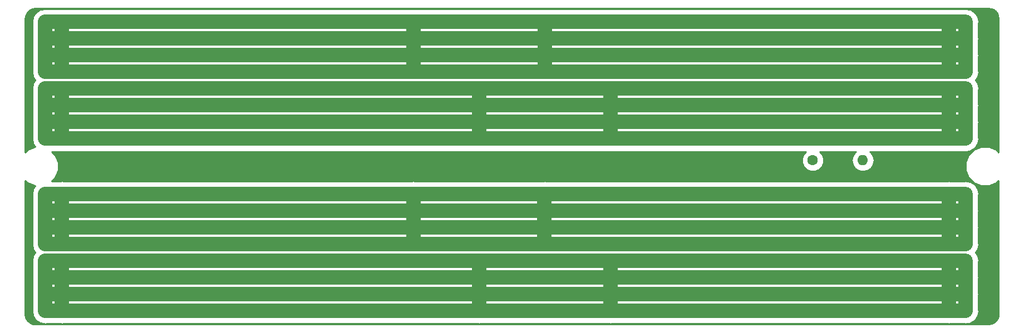
<source format=gbl>
G04 #@! TF.GenerationSoftware,KiCad,Pcbnew,(5.0.2)-1*
G04 #@! TF.CreationDate,2019-08-28T19:48:53+02:00*
G04 #@! TF.ProjectId,EleLab_v2_Bus150,456c654c-6162-45f7-9632-5f4275733135,rev?*
G04 #@! TF.SameCoordinates,Original*
G04 #@! TF.FileFunction,Copper,L2,Bot*
G04 #@! TF.FilePolarity,Positive*
%FSLAX46Y46*%
G04 Gerber Fmt 4.6, Leading zero omitted, Abs format (unit mm)*
G04 Created by KiCad (PCBNEW (5.0.2)-1) date 28/08/2019 19:48:53*
%MOMM*%
%LPD*%
G01*
G04 APERTURE LIST*
G04 #@! TA.AperFunction,ComponentPad*
%ADD10R,1.700000X1.700000*%
G04 #@! TD*
G04 #@! TA.AperFunction,ComponentPad*
%ADD11O,1.700000X1.700000*%
G04 #@! TD*
G04 #@! TA.AperFunction,ComponentPad*
%ADD12O,1.600000X1.600000*%
G04 #@! TD*
G04 #@! TA.AperFunction,ComponentPad*
%ADD13C,1.600000*%
G04 #@! TD*
G04 #@! TA.AperFunction,Conductor*
%ADD14C,2.200000*%
G04 #@! TD*
G04 #@! TA.AperFunction,NonConductor*
%ADD15C,0.254000*%
G04 #@! TD*
G04 APERTURE END LIST*
D10*
G04 #@! TO.P,J3,1*
G04 #@! TO.N,/+12V*
X241460000Y-100780000D03*
D11*
G04 #@! TO.P,J3,2*
X244000000Y-100780000D03*
G04 #@! TO.P,J3,3*
X241460000Y-98240000D03*
G04 #@! TO.P,J3,4*
X244000000Y-98240000D03*
G04 #@! TO.P,J3,5*
X241460000Y-95700000D03*
G04 #@! TO.P,J3,6*
X244000000Y-95700000D03*
G04 #@! TO.P,J3,7*
X241460000Y-93160000D03*
G04 #@! TO.P,J3,8*
X244000000Y-93160000D03*
G04 #@! TO.P,J3,9*
G04 #@! TO.N,/+24V*
X241460000Y-90620000D03*
G04 #@! TO.P,J3,10*
X244000000Y-90620000D03*
G04 #@! TO.P,J3,11*
X241460000Y-88080000D03*
G04 #@! TO.P,J3,12*
X244000000Y-88080000D03*
G04 #@! TO.P,J3,13*
X241460000Y-85540000D03*
G04 #@! TO.P,J3,14*
X244000000Y-85540000D03*
G04 #@! TO.P,J3,15*
X241460000Y-83000000D03*
G04 #@! TO.P,J3,16*
X244000000Y-83000000D03*
G04 #@! TD*
D10*
G04 #@! TO.P,J4,1*
G04 #@! TO.N,/GND*
X241460000Y-127000000D03*
D11*
G04 #@! TO.P,J4,2*
X244000000Y-127000000D03*
G04 #@! TO.P,J4,3*
X241460000Y-124460000D03*
G04 #@! TO.P,J4,4*
X244000000Y-124460000D03*
G04 #@! TO.P,J4,5*
X241460000Y-121920000D03*
G04 #@! TO.P,J4,6*
X244000000Y-121920000D03*
G04 #@! TO.P,J4,7*
X241460000Y-119380000D03*
G04 #@! TO.P,J4,8*
X244000000Y-119380000D03*
G04 #@! TO.P,J4,9*
G04 #@! TO.N,/+5V*
X241460000Y-116840000D03*
G04 #@! TO.P,J4,10*
X244000000Y-116840000D03*
G04 #@! TO.P,J4,11*
X241460000Y-114300000D03*
G04 #@! TO.P,J4,12*
X244000000Y-114300000D03*
G04 #@! TO.P,J4,13*
X241460000Y-111760000D03*
G04 #@! TO.P,J4,14*
X244000000Y-111760000D03*
G04 #@! TO.P,J4,15*
X241460000Y-109220000D03*
G04 #@! TO.P,J4,16*
X244000000Y-109220000D03*
G04 #@! TD*
G04 #@! TO.P,J1,16*
G04 #@! TO.N,/+24V*
X104000000Y-83000000D03*
G04 #@! TO.P,J1,15*
X106540000Y-83000000D03*
G04 #@! TO.P,J1,14*
X104000000Y-85540000D03*
G04 #@! TO.P,J1,13*
X106540000Y-85540000D03*
G04 #@! TO.P,J1,12*
X104000000Y-88080000D03*
G04 #@! TO.P,J1,11*
X106540000Y-88080000D03*
G04 #@! TO.P,J1,10*
X104000000Y-90620000D03*
G04 #@! TO.P,J1,9*
X106540000Y-90620000D03*
G04 #@! TO.P,J1,8*
G04 #@! TO.N,/+12V*
X104000000Y-93160000D03*
G04 #@! TO.P,J1,7*
X106540000Y-93160000D03*
G04 #@! TO.P,J1,6*
X104000000Y-95700000D03*
G04 #@! TO.P,J1,5*
X106540000Y-95700000D03*
G04 #@! TO.P,J1,4*
X104000000Y-98240000D03*
G04 #@! TO.P,J1,3*
X106540000Y-98240000D03*
G04 #@! TO.P,J1,2*
X104000000Y-100780000D03*
D10*
G04 #@! TO.P,J1,1*
X106540000Y-100780000D03*
G04 #@! TD*
D11*
G04 #@! TO.P,J2,16*
G04 #@! TO.N,/+5V*
X104000000Y-109220000D03*
G04 #@! TO.P,J2,15*
X106540000Y-109220000D03*
G04 #@! TO.P,J2,14*
X104000000Y-111760000D03*
G04 #@! TO.P,J2,13*
X106540000Y-111760000D03*
G04 #@! TO.P,J2,12*
X104000000Y-114300000D03*
G04 #@! TO.P,J2,11*
X106540000Y-114300000D03*
G04 #@! TO.P,J2,10*
X104000000Y-116840000D03*
G04 #@! TO.P,J2,9*
X106540000Y-116840000D03*
G04 #@! TO.P,J2,8*
G04 #@! TO.N,/GND*
X104000000Y-119380000D03*
G04 #@! TO.P,J2,7*
X106540000Y-119380000D03*
G04 #@! TO.P,J2,6*
X104000000Y-121920000D03*
G04 #@! TO.P,J2,5*
X106540000Y-121920000D03*
G04 #@! TO.P,J2,4*
X104000000Y-124460000D03*
G04 #@! TO.P,J2,3*
X106540000Y-124460000D03*
G04 #@! TO.P,J2,2*
X104000000Y-127000000D03*
D10*
G04 #@! TO.P,J2,1*
X106540000Y-127000000D03*
G04 #@! TD*
D12*
G04 #@! TO.P,LO_1,1*
G04 #@! TO.N,N/C*
X228384600Y-104084800D03*
D13*
G04 #@! TO.P,LO_1,2*
X220764600Y-104084800D03*
G04 #@! TD*
D10*
G04 #@! TO.P,J5,1*
G04 #@! TO.N,/+24V*
X160000000Y-83000000D03*
G04 #@! TD*
G04 #@! TO.P,J6,1*
G04 #@! TO.N,/+24V*
X160000000Y-85540000D03*
G04 #@! TD*
G04 #@! TO.P,J7,1*
G04 #@! TO.N,/+24V*
X160000000Y-88080000D03*
G04 #@! TD*
G04 #@! TO.P,J8,1*
G04 #@! TO.N,/+24V*
X160000000Y-90620000D03*
G04 #@! TD*
G04 #@! TO.P,J9,1*
G04 #@! TO.N,/+24V*
X180000000Y-83000000D03*
G04 #@! TD*
G04 #@! TO.P,J10,1*
G04 #@! TO.N,/+24V*
X180000000Y-85540000D03*
G04 #@! TD*
G04 #@! TO.P,J11,1*
G04 #@! TO.N,/+24V*
X180000000Y-88080000D03*
G04 #@! TD*
G04 #@! TO.P,J12,1*
G04 #@! TO.N,/+24V*
X180000000Y-90620000D03*
G04 #@! TD*
G04 #@! TO.P,J13,1*
G04 #@! TO.N,/+12V*
X170000000Y-93160000D03*
G04 #@! TD*
G04 #@! TO.P,J14,1*
G04 #@! TO.N,/+12V*
X170000000Y-95700000D03*
G04 #@! TD*
G04 #@! TO.P,J15,1*
G04 #@! TO.N,/+12V*
X170000000Y-98240000D03*
G04 #@! TD*
G04 #@! TO.P,J16,1*
G04 #@! TO.N,/+12V*
X170000000Y-100780000D03*
G04 #@! TD*
G04 #@! TO.P,J17,1*
G04 #@! TO.N,/+12V*
X190000000Y-93160000D03*
G04 #@! TD*
G04 #@! TO.P,J18,1*
G04 #@! TO.N,/+12V*
X190000000Y-95700000D03*
G04 #@! TD*
G04 #@! TO.P,J19,1*
G04 #@! TO.N,/+12V*
X190000000Y-98240000D03*
G04 #@! TD*
G04 #@! TO.P,J20,1*
G04 #@! TO.N,/+12V*
X190000000Y-100780000D03*
G04 #@! TD*
G04 #@! TO.P,J21,1*
G04 #@! TO.N,/+5V*
X160000000Y-109220000D03*
G04 #@! TD*
G04 #@! TO.P,J22,1*
G04 #@! TO.N,/+5V*
X160000000Y-111760000D03*
G04 #@! TD*
G04 #@! TO.P,J23,1*
G04 #@! TO.N,/+5V*
X160000000Y-114300000D03*
G04 #@! TD*
G04 #@! TO.P,J24,1*
G04 #@! TO.N,/+5V*
X160000000Y-116840000D03*
G04 #@! TD*
G04 #@! TO.P,J25,1*
G04 #@! TO.N,/+5V*
X179940000Y-109220000D03*
G04 #@! TD*
G04 #@! TO.P,J26,1*
G04 #@! TO.N,/+5V*
X179940000Y-111760000D03*
G04 #@! TD*
G04 #@! TO.P,J27,1*
G04 #@! TO.N,/+5V*
X179940000Y-114300000D03*
G04 #@! TD*
G04 #@! TO.P,J28,1*
G04 #@! TO.N,/+5V*
X179940000Y-116840000D03*
G04 #@! TD*
G04 #@! TO.P,J29,1*
G04 #@! TO.N,/GND*
X170000000Y-119380000D03*
G04 #@! TD*
G04 #@! TO.P,J30,1*
G04 #@! TO.N,/GND*
X170000000Y-121920000D03*
G04 #@! TD*
G04 #@! TO.P,J31,1*
G04 #@! TO.N,/GND*
X170000000Y-124460000D03*
G04 #@! TD*
G04 #@! TO.P,J32,1*
G04 #@! TO.N,/GND*
X170000000Y-127000000D03*
G04 #@! TD*
G04 #@! TO.P,J33,1*
G04 #@! TO.N,/GND*
X190000000Y-119380000D03*
G04 #@! TD*
G04 #@! TO.P,J34,1*
G04 #@! TO.N,/GND*
X190000000Y-121920000D03*
G04 #@! TD*
G04 #@! TO.P,J35,1*
G04 #@! TO.N,/GND*
X190000000Y-124460000D03*
G04 #@! TD*
G04 #@! TO.P,J36,1*
G04 #@! TO.N,/GND*
X190000000Y-127000000D03*
G04 #@! TD*
D14*
G04 #@! TO.N,/+24V*
X104000000Y-83000000D02*
X104000000Y-90620000D01*
X106540000Y-90620000D02*
X106540000Y-83000000D01*
X160000000Y-90620000D02*
X160000000Y-83000000D01*
X180000000Y-83000000D02*
X180000000Y-90620000D01*
X244000000Y-90620000D02*
X244000000Y-83000000D01*
X241460000Y-83000000D02*
X241460000Y-90620000D01*
X104000000Y-83000000D02*
X244000000Y-83000000D01*
X244000000Y-85540000D02*
X104000000Y-85540000D01*
X104000000Y-88080000D02*
X244000000Y-88080000D01*
X244000000Y-90620000D02*
X104000000Y-90620000D01*
G04 #@! TO.N,/+12V*
X106540000Y-93160000D02*
X106540000Y-100780000D01*
X104000000Y-100780000D02*
X104000000Y-93160000D01*
X170000000Y-93160000D02*
X170000000Y-100780000D01*
X190000000Y-93160000D02*
X190000000Y-100780000D01*
X241460000Y-100780000D02*
X241460000Y-93160000D01*
X244000000Y-93160000D02*
X244000000Y-100780000D01*
X106540000Y-98240000D02*
X104000000Y-98240000D01*
X104000000Y-93160000D02*
X244000000Y-93160000D01*
X244000000Y-95700000D02*
X104000000Y-95700000D01*
X104000000Y-98240000D02*
X244000000Y-98240000D01*
X244000000Y-100780000D02*
X104000000Y-100780000D01*
G04 #@! TO.N,/GND*
X244000000Y-119380000D02*
X244000000Y-127000000D01*
X241460000Y-127000000D02*
X241460000Y-119380000D01*
X190000000Y-119380000D02*
X190000000Y-127000000D01*
X170000000Y-127000000D02*
X170000000Y-119380000D01*
X104000000Y-119380000D02*
X104000000Y-127000000D01*
X106540000Y-127000000D02*
X106540000Y-119380000D01*
X236380000Y-119380000D02*
X244000000Y-119380000D01*
X104000000Y-119380000D02*
X236380000Y-119380000D01*
X244000000Y-121920000D02*
X104000000Y-121920000D01*
X104000000Y-124460000D02*
X244000000Y-124460000D01*
X106540000Y-127000000D02*
X104000000Y-127000000D01*
X244000000Y-127000000D02*
X106540000Y-127000000D01*
G04 #@! TO.N,/+5V*
X244000000Y-109220000D02*
X244000000Y-116840000D01*
X241460000Y-116840000D02*
X241460000Y-109220000D01*
X179940000Y-109280000D02*
X180000000Y-109220000D01*
X179940000Y-116840000D02*
X179940000Y-109280000D01*
X160000000Y-109220000D02*
X160000000Y-116840000D01*
X106540000Y-116840000D02*
X106540000Y-109220000D01*
X104000000Y-116840000D02*
X104000000Y-109220000D01*
X106540000Y-114300000D02*
X104000000Y-114300000D01*
X241460000Y-109220000D02*
X244000000Y-109220000D01*
X104000000Y-109220000D02*
X241460000Y-109220000D01*
X109080000Y-111760000D02*
X104000000Y-111760000D01*
X244000000Y-111760000D02*
X109080000Y-111760000D01*
X104000000Y-114300000D02*
X244000000Y-114300000D01*
X244000000Y-116840000D02*
X104000000Y-116840000D01*
G04 #@! TD*
D15*
G36*
X247883090Y-81007962D02*
X248242110Y-81150108D01*
X248554499Y-81377071D01*
X248800630Y-81674593D01*
X248965040Y-82023982D01*
X249045890Y-82447814D01*
X249048000Y-82514946D01*
X249048000Y-102837886D01*
X248686335Y-102476221D01*
X247592162Y-102023000D01*
X246407838Y-102023000D01*
X245313665Y-102476221D01*
X244476221Y-103313665D01*
X244023000Y-104407838D01*
X244023000Y-105592162D01*
X244476221Y-106686335D01*
X245313665Y-107523779D01*
X246407838Y-107977000D01*
X247592162Y-107977000D01*
X248686335Y-107523779D01*
X249048001Y-107162113D01*
X249048001Y-127440099D01*
X248992038Y-127883090D01*
X248849893Y-128242109D01*
X248622930Y-128554497D01*
X248325407Y-128800630D01*
X247976018Y-128965040D01*
X247552186Y-129045890D01*
X247485054Y-129048000D01*
X102559893Y-129048000D01*
X102116910Y-128992038D01*
X101757891Y-128849893D01*
X101445503Y-128622930D01*
X101199370Y-128325407D01*
X101034960Y-127976018D01*
X100954110Y-127552186D01*
X100952000Y-127485054D01*
X100952000Y-107162114D01*
X101313665Y-107523779D01*
X102407838Y-107977000D01*
X102452829Y-107977000D01*
X102137707Y-108448613D01*
X101984269Y-109220000D01*
X102023001Y-109414719D01*
X102023001Y-111565282D01*
X101984269Y-111760000D01*
X102023001Y-111954718D01*
X102023000Y-114105284D01*
X101984269Y-114300000D01*
X102023000Y-114494716D01*
X102023000Y-116645285D01*
X101984269Y-116840000D01*
X102137707Y-117611387D01*
X102470870Y-118110000D01*
X102137707Y-118608613D01*
X101984269Y-119380000D01*
X102023000Y-119574715D01*
X102023000Y-121725284D01*
X101984269Y-121920000D01*
X102023000Y-122114716D01*
X102023001Y-124265282D01*
X101984269Y-124460000D01*
X102023001Y-124654718D01*
X102023001Y-126805281D01*
X101984269Y-127000000D01*
X102137707Y-127771387D01*
X102574663Y-128425337D01*
X103228613Y-128862293D01*
X103805286Y-128977000D01*
X104000000Y-129015731D01*
X104194714Y-128977000D01*
X106345286Y-128977000D01*
X106540000Y-129015731D01*
X106734714Y-128977000D01*
X169805286Y-128977000D01*
X170000000Y-129015731D01*
X170194714Y-128977000D01*
X189805286Y-128977000D01*
X190000000Y-129015731D01*
X190194714Y-128977000D01*
X241265286Y-128977000D01*
X241460000Y-129015731D01*
X241654714Y-128977000D01*
X243805286Y-128977000D01*
X244000000Y-129015731D01*
X244194714Y-128977000D01*
X244478343Y-128920583D01*
X244771387Y-128862293D01*
X245425337Y-128425337D01*
X245862293Y-127771387D01*
X245938514Y-127388196D01*
X246015731Y-127000000D01*
X245977000Y-126805286D01*
X245977000Y-124654714D01*
X246015731Y-124460000D01*
X245977000Y-124265286D01*
X245977000Y-122114714D01*
X246015731Y-121920000D01*
X245977000Y-121725286D01*
X245977000Y-119574714D01*
X246015731Y-119380000D01*
X245862293Y-118608613D01*
X245529130Y-118110000D01*
X245862293Y-117611387D01*
X246015731Y-116840000D01*
X245977000Y-116645286D01*
X245977000Y-114494714D01*
X246015731Y-114300000D01*
X245977000Y-114105286D01*
X245977000Y-111954714D01*
X246015731Y-111760000D01*
X245977000Y-111565286D01*
X245977000Y-109414714D01*
X246015731Y-109220000D01*
X245862293Y-108448613D01*
X245425337Y-107794663D01*
X244771387Y-107357707D01*
X244194714Y-107243000D01*
X244000000Y-107204269D01*
X243805286Y-107243000D01*
X241654714Y-107243000D01*
X241460000Y-107204269D01*
X241265286Y-107243000D01*
X180194714Y-107243000D01*
X180000000Y-107204269D01*
X179805286Y-107243000D01*
X160194714Y-107243000D01*
X160000000Y-107204269D01*
X159805286Y-107243000D01*
X106734714Y-107243000D01*
X106540000Y-107204269D01*
X106345286Y-107243000D01*
X104967114Y-107243000D01*
X105523779Y-106686335D01*
X105977000Y-105592162D01*
X105977000Y-104407838D01*
X105523779Y-103313665D01*
X104967114Y-102757000D01*
X106345286Y-102757000D01*
X106540000Y-102795731D01*
X106734714Y-102757000D01*
X169805286Y-102757000D01*
X170000000Y-102795731D01*
X170194714Y-102757000D01*
X189805286Y-102757000D01*
X190000000Y-102795731D01*
X190194714Y-102757000D01*
X219720764Y-102757000D01*
X219342908Y-103134856D01*
X219087600Y-103751224D01*
X219087600Y-104418376D01*
X219342908Y-105034744D01*
X219814656Y-105506492D01*
X220431024Y-105761800D01*
X221098176Y-105761800D01*
X221714544Y-105506492D01*
X222186292Y-105034744D01*
X222441600Y-104418376D01*
X222441600Y-103751224D01*
X222186292Y-103134856D01*
X221808436Y-102757000D01*
X227353274Y-102757000D01*
X227175551Y-102875751D01*
X226804901Y-103430467D01*
X226674746Y-104084800D01*
X226804901Y-104739133D01*
X227175551Y-105293849D01*
X227730267Y-105664499D01*
X228219432Y-105761800D01*
X228549768Y-105761800D01*
X229038933Y-105664499D01*
X229593649Y-105293849D01*
X229964299Y-104739133D01*
X230094454Y-104084800D01*
X229964299Y-103430467D01*
X229593649Y-102875751D01*
X229415926Y-102757000D01*
X241265286Y-102757000D01*
X241460000Y-102795731D01*
X241654714Y-102757000D01*
X243805286Y-102757000D01*
X244000000Y-102795731D01*
X244194714Y-102757000D01*
X244771387Y-102642293D01*
X245425337Y-102205337D01*
X245862293Y-101551387D01*
X246015731Y-100780000D01*
X245977000Y-100585286D01*
X245977000Y-98434714D01*
X246015731Y-98240000D01*
X245977000Y-98045286D01*
X245977000Y-95894714D01*
X246015731Y-95700000D01*
X245977000Y-95505286D01*
X245977000Y-93354714D01*
X246015731Y-93160000D01*
X245862293Y-92388613D01*
X245529130Y-91890000D01*
X245862293Y-91391387D01*
X246015731Y-90620000D01*
X245977000Y-90425286D01*
X245977000Y-88274714D01*
X246015731Y-88080000D01*
X245977000Y-87885286D01*
X245977000Y-85734714D01*
X246015731Y-85540000D01*
X245977000Y-85345286D01*
X245977000Y-83194714D01*
X246015731Y-83000000D01*
X245862293Y-82228613D01*
X245425337Y-81574663D01*
X244771387Y-81137707D01*
X244685535Y-81120630D01*
X244000000Y-80984269D01*
X243805286Y-81023000D01*
X241654714Y-81023000D01*
X241460000Y-80984269D01*
X241265286Y-81023000D01*
X180194714Y-81023000D01*
X180000000Y-80984269D01*
X179805286Y-81023000D01*
X160194714Y-81023000D01*
X160000000Y-80984269D01*
X159805286Y-81023000D01*
X106734714Y-81023000D01*
X106540000Y-80984269D01*
X106345286Y-81023000D01*
X104194714Y-81023000D01*
X104000000Y-80984269D01*
X103314465Y-81120630D01*
X103228613Y-81137707D01*
X102574663Y-81574663D01*
X102137707Y-82228613D01*
X101984269Y-83000000D01*
X102023000Y-83194715D01*
X102023000Y-85345284D01*
X101984269Y-85540000D01*
X102023000Y-85734716D01*
X102023001Y-87885282D01*
X101984269Y-88080000D01*
X102023001Y-88274718D01*
X102023001Y-90425281D01*
X101984269Y-90620000D01*
X102137707Y-91391387D01*
X102470870Y-91890000D01*
X102137707Y-92388613D01*
X101984269Y-93160000D01*
X102023001Y-93354719D01*
X102023001Y-95505282D01*
X101984269Y-95700000D01*
X102023001Y-95894718D01*
X102023000Y-98045284D01*
X101984269Y-98240000D01*
X102023000Y-98434716D01*
X102023000Y-100585285D01*
X101984269Y-100780000D01*
X102137707Y-101551387D01*
X102452829Y-102023000D01*
X102407838Y-102023000D01*
X101313665Y-102476221D01*
X100952000Y-102837886D01*
X100952000Y-82559893D01*
X101007962Y-82116910D01*
X101150108Y-81757890D01*
X101377071Y-81445501D01*
X101674593Y-81199370D01*
X102023982Y-81034960D01*
X102447814Y-80954110D01*
X102514946Y-80952000D01*
X247440107Y-80952000D01*
X247883090Y-81007962D01*
X247883090Y-81007962D01*
G37*
X247883090Y-81007962D02*
X248242110Y-81150108D01*
X248554499Y-81377071D01*
X248800630Y-81674593D01*
X248965040Y-82023982D01*
X249045890Y-82447814D01*
X249048000Y-82514946D01*
X249048000Y-102837886D01*
X248686335Y-102476221D01*
X247592162Y-102023000D01*
X246407838Y-102023000D01*
X245313665Y-102476221D01*
X244476221Y-103313665D01*
X244023000Y-104407838D01*
X244023000Y-105592162D01*
X244476221Y-106686335D01*
X245313665Y-107523779D01*
X246407838Y-107977000D01*
X247592162Y-107977000D01*
X248686335Y-107523779D01*
X249048001Y-107162113D01*
X249048001Y-127440099D01*
X248992038Y-127883090D01*
X248849893Y-128242109D01*
X248622930Y-128554497D01*
X248325407Y-128800630D01*
X247976018Y-128965040D01*
X247552186Y-129045890D01*
X247485054Y-129048000D01*
X102559893Y-129048000D01*
X102116910Y-128992038D01*
X101757891Y-128849893D01*
X101445503Y-128622930D01*
X101199370Y-128325407D01*
X101034960Y-127976018D01*
X100954110Y-127552186D01*
X100952000Y-127485054D01*
X100952000Y-107162114D01*
X101313665Y-107523779D01*
X102407838Y-107977000D01*
X102452829Y-107977000D01*
X102137707Y-108448613D01*
X101984269Y-109220000D01*
X102023001Y-109414719D01*
X102023001Y-111565282D01*
X101984269Y-111760000D01*
X102023001Y-111954718D01*
X102023000Y-114105284D01*
X101984269Y-114300000D01*
X102023000Y-114494716D01*
X102023000Y-116645285D01*
X101984269Y-116840000D01*
X102137707Y-117611387D01*
X102470870Y-118110000D01*
X102137707Y-118608613D01*
X101984269Y-119380000D01*
X102023000Y-119574715D01*
X102023000Y-121725284D01*
X101984269Y-121920000D01*
X102023000Y-122114716D01*
X102023001Y-124265282D01*
X101984269Y-124460000D01*
X102023001Y-124654718D01*
X102023001Y-126805281D01*
X101984269Y-127000000D01*
X102137707Y-127771387D01*
X102574663Y-128425337D01*
X103228613Y-128862293D01*
X103805286Y-128977000D01*
X104000000Y-129015731D01*
X104194714Y-128977000D01*
X106345286Y-128977000D01*
X106540000Y-129015731D01*
X106734714Y-128977000D01*
X169805286Y-128977000D01*
X170000000Y-129015731D01*
X170194714Y-128977000D01*
X189805286Y-128977000D01*
X190000000Y-129015731D01*
X190194714Y-128977000D01*
X241265286Y-128977000D01*
X241460000Y-129015731D01*
X241654714Y-128977000D01*
X243805286Y-128977000D01*
X244000000Y-129015731D01*
X244194714Y-128977000D01*
X244478343Y-128920583D01*
X244771387Y-128862293D01*
X245425337Y-128425337D01*
X245862293Y-127771387D01*
X245938514Y-127388196D01*
X246015731Y-127000000D01*
X245977000Y-126805286D01*
X245977000Y-124654714D01*
X246015731Y-124460000D01*
X245977000Y-124265286D01*
X245977000Y-122114714D01*
X246015731Y-121920000D01*
X245977000Y-121725286D01*
X245977000Y-119574714D01*
X246015731Y-119380000D01*
X245862293Y-118608613D01*
X245529130Y-118110000D01*
X245862293Y-117611387D01*
X246015731Y-116840000D01*
X245977000Y-116645286D01*
X245977000Y-114494714D01*
X246015731Y-114300000D01*
X245977000Y-114105286D01*
X245977000Y-111954714D01*
X246015731Y-111760000D01*
X245977000Y-111565286D01*
X245977000Y-109414714D01*
X246015731Y-109220000D01*
X245862293Y-108448613D01*
X245425337Y-107794663D01*
X244771387Y-107357707D01*
X244194714Y-107243000D01*
X244000000Y-107204269D01*
X243805286Y-107243000D01*
X241654714Y-107243000D01*
X241460000Y-107204269D01*
X241265286Y-107243000D01*
X180194714Y-107243000D01*
X180000000Y-107204269D01*
X179805286Y-107243000D01*
X160194714Y-107243000D01*
X160000000Y-107204269D01*
X159805286Y-107243000D01*
X106734714Y-107243000D01*
X106540000Y-107204269D01*
X106345286Y-107243000D01*
X104967114Y-107243000D01*
X105523779Y-106686335D01*
X105977000Y-105592162D01*
X105977000Y-104407838D01*
X105523779Y-103313665D01*
X104967114Y-102757000D01*
X106345286Y-102757000D01*
X106540000Y-102795731D01*
X106734714Y-102757000D01*
X169805286Y-102757000D01*
X170000000Y-102795731D01*
X170194714Y-102757000D01*
X189805286Y-102757000D01*
X190000000Y-102795731D01*
X190194714Y-102757000D01*
X219720764Y-102757000D01*
X219342908Y-103134856D01*
X219087600Y-103751224D01*
X219087600Y-104418376D01*
X219342908Y-105034744D01*
X219814656Y-105506492D01*
X220431024Y-105761800D01*
X221098176Y-105761800D01*
X221714544Y-105506492D01*
X222186292Y-105034744D01*
X222441600Y-104418376D01*
X222441600Y-103751224D01*
X222186292Y-103134856D01*
X221808436Y-102757000D01*
X227353274Y-102757000D01*
X227175551Y-102875751D01*
X226804901Y-103430467D01*
X226674746Y-104084800D01*
X226804901Y-104739133D01*
X227175551Y-105293849D01*
X227730267Y-105664499D01*
X228219432Y-105761800D01*
X228549768Y-105761800D01*
X229038933Y-105664499D01*
X229593649Y-105293849D01*
X229964299Y-104739133D01*
X230094454Y-104084800D01*
X229964299Y-103430467D01*
X229593649Y-102875751D01*
X229415926Y-102757000D01*
X241265286Y-102757000D01*
X241460000Y-102795731D01*
X241654714Y-102757000D01*
X243805286Y-102757000D01*
X244000000Y-102795731D01*
X244194714Y-102757000D01*
X244771387Y-102642293D01*
X245425337Y-102205337D01*
X245862293Y-101551387D01*
X246015731Y-100780000D01*
X245977000Y-100585286D01*
X245977000Y-98434714D01*
X246015731Y-98240000D01*
X245977000Y-98045286D01*
X245977000Y-95894714D01*
X246015731Y-95700000D01*
X245977000Y-95505286D01*
X245977000Y-93354714D01*
X246015731Y-93160000D01*
X245862293Y-92388613D01*
X245529130Y-91890000D01*
X245862293Y-91391387D01*
X246015731Y-90620000D01*
X245977000Y-90425286D01*
X245977000Y-88274714D01*
X246015731Y-88080000D01*
X245977000Y-87885286D01*
X245977000Y-85734714D01*
X246015731Y-85540000D01*
X245977000Y-85345286D01*
X245977000Y-83194714D01*
X246015731Y-83000000D01*
X245862293Y-82228613D01*
X245425337Y-81574663D01*
X244771387Y-81137707D01*
X244685535Y-81120630D01*
X244000000Y-80984269D01*
X243805286Y-81023000D01*
X241654714Y-81023000D01*
X241460000Y-80984269D01*
X241265286Y-81023000D01*
X180194714Y-81023000D01*
X180000000Y-80984269D01*
X179805286Y-81023000D01*
X160194714Y-81023000D01*
X160000000Y-80984269D01*
X159805286Y-81023000D01*
X106734714Y-81023000D01*
X106540000Y-80984269D01*
X106345286Y-81023000D01*
X104194714Y-81023000D01*
X104000000Y-80984269D01*
X103314465Y-81120630D01*
X103228613Y-81137707D01*
X102574663Y-81574663D01*
X102137707Y-82228613D01*
X101984269Y-83000000D01*
X102023000Y-83194715D01*
X102023000Y-85345284D01*
X101984269Y-85540000D01*
X102023000Y-85734716D01*
X102023001Y-87885282D01*
X101984269Y-88080000D01*
X102023001Y-88274718D01*
X102023001Y-90425281D01*
X101984269Y-90620000D01*
X102137707Y-91391387D01*
X102470870Y-91890000D01*
X102137707Y-92388613D01*
X101984269Y-93160000D01*
X102023001Y-93354719D01*
X102023001Y-95505282D01*
X101984269Y-95700000D01*
X102023001Y-95894718D01*
X102023000Y-98045284D01*
X101984269Y-98240000D01*
X102023000Y-98434716D01*
X102023000Y-100585285D01*
X101984269Y-100780000D01*
X102137707Y-101551387D01*
X102452829Y-102023000D01*
X102407838Y-102023000D01*
X101313665Y-102476221D01*
X100952000Y-102837886D01*
X100952000Y-82559893D01*
X101007962Y-82116910D01*
X101150108Y-81757890D01*
X101377071Y-81445501D01*
X101674593Y-81199370D01*
X102023982Y-81034960D01*
X102447814Y-80954110D01*
X102514946Y-80952000D01*
X247440107Y-80952000D01*
X247883090Y-81007962D01*
M02*

</source>
